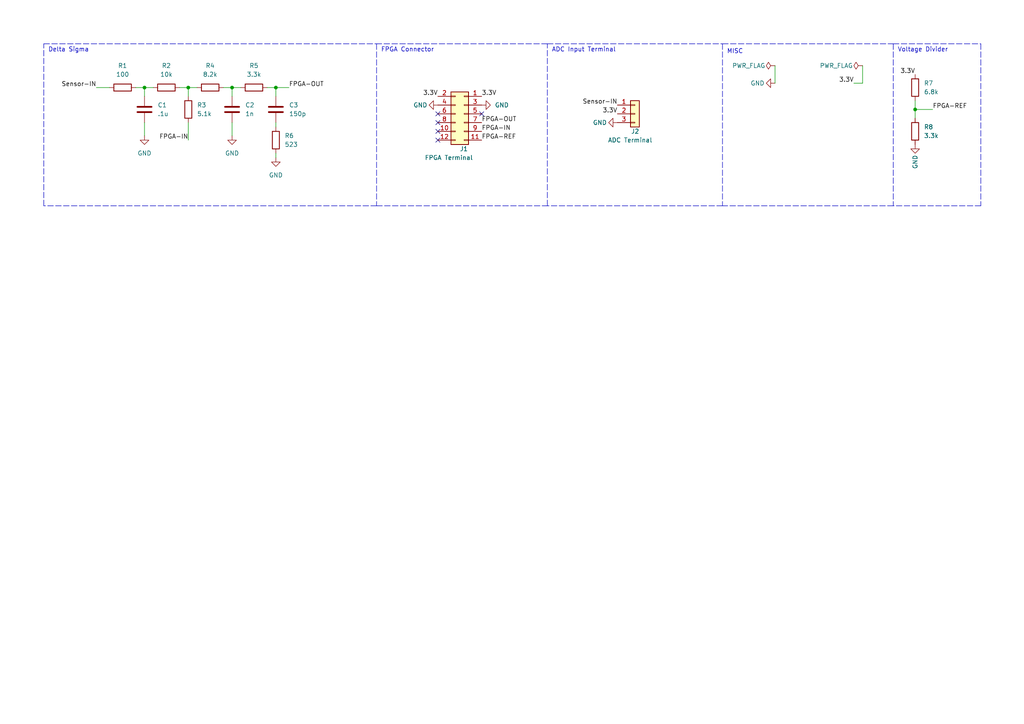
<source format=kicad_sch>
(kicad_sch (version 20211123) (generator eeschema)
  (paper "A4")
  (lib_symbols
    (symbol "Connector_Generic:Conn_01x03" (pin_names (offset 1.016) hide)
      (property "Reference" "J" (at 0 5.08 0))
      (property "Value" "Conn_01x03" (at 0 -5.08 0))
      (symbol "Conn_01x03_1_1"
        (rectangle (start -1.27 -2.413) (end 0 -2.667) (stroke (width 0.1524)))
        (rectangle (start -1.27 0.127) (end 0 -0.127) (stroke (width 0.1524)))
        (rectangle (start -1.27 2.667) (end 0 2.413) (stroke (width 0.1524)))
        (rectangle (start -1.27 3.81) (end 1.27 -3.81) (stroke (width 0.254)) (fill (type background)))
        (pin passive line (at -5.08 2.54 0) (length 3.81) (name "Pin_1") (number "1"))
        (pin passive line (at -5.08 0 0) (length 3.81) (name "Pin_2") (number "2"))
        (pin passive line (at -5.08 -2.54 0) (length 3.81) (name "Pin_3") (number "3"))
      )
    )
    (symbol "Connector_Generic:Conn_02x06_Odd_Even" (pin_names (offset 1.016) hide)
      (property "Reference" "J" (at 1.27 7.62 0))
      (property "Value" "Conn_02x06_Odd_Even" (at 1.27 -10.16 0))
      (symbol "Conn_02x06_Odd_Even_1_1"
        (rectangle (start -1.27 -7.493) (end 0 -7.747) (stroke (width 0.1524)))
        (rectangle (start -1.27 -4.953) (end 0 -5.207) (stroke (width 0.1524)))
        (rectangle (start -1.27 -2.413) (end 0 -2.667) (stroke (width 0.1524)))
        (rectangle (start -1.27 0.127) (end 0 -0.127) (stroke (width 0.1524)))
        (rectangle (start -1.27 2.667) (end 0 2.413) (stroke (width 0.1524)))
        (rectangle (start -1.27 5.207) (end 0 4.953) (stroke (width 0.1524)))
        (rectangle (start -1.27 6.35) (end 3.81 -8.89) (stroke (width 0.254)) (fill (type background)))
        (rectangle (start 3.81 -7.493) (end 2.54 -7.747) (stroke (width 0.1524)))
        (rectangle (start 3.81 -4.953) (end 2.54 -5.207) (stroke (width 0.1524)))
        (rectangle (start 3.81 -2.413) (end 2.54 -2.667) (stroke (width 0.1524)))
        (rectangle (start 3.81 0.127) (end 2.54 -0.127) (stroke (width 0.1524)))
        (rectangle (start 3.81 2.667) (end 2.54 2.413) (stroke (width 0.1524)))
        (rectangle (start 3.81 5.207) (end 2.54 4.953) (stroke (width 0.1524)))
        (pin passive line (at -5.08 5.08 0) (length 3.81) (name "Pin_1") (number "1"))
        (pin passive line (at 7.62 -5.08 180) (length 3.81) (name "Pin_10") (number "10"))
        (pin passive line (at -5.08 -7.62 0) (length 3.81) (name "Pin_11") (number "11"))
        (pin passive line (at 7.62 -7.62 180) (length 3.81) (name "Pin_12") (number "12"))
        (pin passive line (at 7.62 5.08 180) (length 3.81) (name "Pin_2") (number "2"))
        (pin passive line (at -5.08 2.54 0) (length 3.81) (name "Pin_3") (number "3"))
        (pin passive line (at 7.62 2.54 180) (length 3.81) (name "Pin_4") (number "4"))
        (pin passive line (at -5.08 0 0) (length 3.81) (name "Pin_5") (number "5"))
        (pin passive line (at 7.62 0 180) (length 3.81) (name "Pin_6") (number "6"))
        (pin passive line (at -5.08 -2.54 0) (length 3.81) (name "Pin_7") (number "7"))
        (pin passive line (at 7.62 -2.54 180) (length 3.81) (name "Pin_8") (number "8"))
        (pin passive line (at -5.08 -5.08 0) (length 3.81) (name "Pin_9") (number "9"))
      )
    )
    (symbol "Device:C" (pin_numbers hide) (pin_names (offset 0.254))
      (property "Reference" "C" (at 0.635 2.54 0))
      (property "Value" "C" (at 0.635 -2.54 0))
      (symbol "C_0_1"
        (polyline (pts (xy -2.032 -0.762) (xy 2.032 -0.762)) (stroke (width 0.508)))
        (polyline (pts (xy -2.032 0.762) (xy 2.032 0.762)) (stroke (width 0.508)))
      )
      (symbol "C_1_1"
        (pin passive line (at 0 3.81 270) (length 2.794) (name "~") (number "1"))
        (pin passive line (at 0 -3.81 90) (length 2.794) (name "~") (number "2"))
      )
    )
    (symbol "Device:R" (pin_numbers hide) (pin_names (offset 0))
      (property "Reference" "R" (at 2.032 0 90))
      (property "Value" "R" (at 0 0 90))
      (symbol "R_0_1"
        (rectangle (start -1.016 -2.54) (end 1.016 2.54) (stroke (width 0.254)))
      )
      (symbol "R_1_1"
        (pin passive line (at 0 3.81 270) (length 1.27) (name "~") (number "1"))
        (pin passive line (at 0 -3.81 90) (length 1.27) (name "~") (number "2"))
      )
    )
    (symbol "power:GND" (power) (pin_names (offset 0))
      (property "Value" "GND" (at 0 -3.81 0))
      (symbol "GND_0_1"
        (polyline (pts (xy 0 0) (xy 0 -1.27) (xy 1.27 -1.27) (xy 0 -2.54) (xy -1.27 -1.27) (xy 0 -1.27)))
      )
      (symbol "GND_1_1"
        (pin power_in line (at 0 0 270) (length 0) hide (name "GND") (number "1"))
      )
    )
    (symbol "power:PWR_FLAG" (power) (pin_numbers hide) (pin_names (offset 0) hide)
      (property "Value" "PWR_FLAG" (at 0 3.81 0))
      (symbol "PWR_FLAG_0_0"
        (pin power_out line (at 0 0 90) (length 0) (name "pwr") (number "1"))
      )
      (symbol "PWR_FLAG_0_1"
        (polyline (pts (xy 0 0) (xy 0 1.27) (xy -1.016 1.905) (xy 0 2.54) (xy 1.016 1.905) (xy 0 1.27)))
      )
    )
  )
  (junction (at 80.01 25.4))
  (junction (at 67.31 25.4))
  (junction (at 41.91 25.4))
  (junction (at 54.61 25.4))
  (junction (at 265.43 31.75))
  (no_connect (at 127 33.02))
  (no_connect (at 127 35.56))
  (no_connect (at 139.7 33.02))
  (no_connect (at 127 40.64))
  (no_connect (at 127 38.1))
  (wire (pts (xy 52.07 25.4) (xy 54.61 25.4)))
  (wire (pts (xy 265.43 29.21) (xy 265.43 31.75)))
  (polyline (pts (xy 109.22 59.69) (xy 158.75 59.69)))
  (polyline (pts (xy 109.22 59.69) (xy 12.7 59.69)))
  (wire (pts (xy 250.19 24.13) (xy 250.19 19.05)))
  (wire (pts (xy 54.61 25.4) (xy 54.61 27.94)))
  (wire (pts (xy 80.01 25.4) (xy 83.82 25.4)))
  (wire (pts (xy 41.91 25.4) (xy 44.45 25.4)))
  (polyline (pts (xy 209.55 12.7) (xy 209.55 59.69)))
  (wire (pts (xy 224.79 19.05) (xy 224.79 24.13)))
  (wire (pts (xy 67.31 25.4) (xy 67.31 27.94)))
  (wire (pts (xy 27.94 25.4) (xy 31.75 25.4)))
  (wire (pts (xy 39.37 25.4) (xy 41.91 25.4)))
  (wire (pts (xy 247.65 24.13) (xy 250.19 24.13)))
  (wire (pts (xy 64.77 25.4) (xy 67.31 25.4)))
  (polyline (pts (xy 284.48 12.7) (xy 284.48 59.69)))
  (wire (pts (xy 80.01 35.56) (xy 80.01 36.83)))
  (wire (pts (xy 54.61 25.4) (xy 57.15 25.4)))
  (wire (pts (xy 54.61 35.56) (xy 54.61 40.64)))
  (polyline (pts (xy 284.48 59.69) (xy 259.08 59.69)))
  (wire (pts (xy 41.91 35.56) (xy 41.91 39.37)))
  (wire (pts (xy 80.01 44.45) (xy 80.01 45.72)))
  (wire (pts (xy 265.43 31.75) (xy 270.51 31.75)))
  (polyline (pts (xy 12.7 59.69) (xy 12.7 12.7)))
  (polyline (pts (xy 259.08 12.7) (xy 284.48 12.7)))
  (polyline (pts (xy 209.55 59.69) (xy 158.75 59.69)))
  (wire (pts (xy 41.91 25.4) (xy 41.91 27.94)))
  (polyline (pts (xy 158.75 59.69) (xy 158.75 12.7)))
  (polyline (pts (xy 12.7 12.7) (xy 109.22 12.7)))
  (polyline (pts (xy 158.75 12.7) (xy 209.55 12.7)))
  (wire (pts (xy 77.47 25.4) (xy 80.01 25.4)))
  (wire (pts (xy 67.31 25.4) (xy 69.85 25.4)))
  (polyline (pts (xy 209.55 12.7) (xy 259.08 12.7)))
  (polyline (pts (xy 158.75 12.7) (xy 109.22 12.7)))
  (wire (pts (xy 67.31 35.56) (xy 67.31 39.37)))
  (wire (pts (xy 265.43 31.75) (xy 265.43 34.29)))
  (wire (pts (xy 80.01 25.4) (xy 80.01 27.94)))
  (polyline (pts (xy 109.22 12.7) (xy 109.22 59.69)))
  (polyline (pts (xy 259.08 12.7) (xy 259.08 59.69)))
  (polyline (pts (xy 259.08 59.69) (xy 209.55 59.69)))
  (text "Voltage Divider\n" (at 260.35 15.24 0) (effects (font (size 1.27 1.27)) (justify left bottom)))
  (text "ADC Input Terminal" (at 160.02 15.24 0) (effects (font (size 1.27 1.27)) (justify left bottom)))
  (text "FPGA Connector" (at 110.49 15.24 0) (effects (font (size 1.27 1.27)) (justify left bottom)))
  (text "Delta Sigma" (at 13.97 15.24 0) (effects (font (size 1.27 1.27)) (justify left bottom)))
  (text "MISC\n\n" (at 210.82 17.78 0) (effects (font (size 1.27 1.27)) (justify left bottom)))
  (label "FPGA-IN" (at 139.7 38.1 0))
  (label "FPGA-REF" (at 270.51 31.75 0))
  (label "3.3V" (at 265.43 21.59 180))
  (label "FPGA-REF" (at 139.7 40.64 0))
  (label "3.3V" (at 247.65 24.13 180))
  (label "FPGA-IN" (at 54.61 40.64 180))
  (label "Sensor-IN" (at 179.07 30.48 180))
  (label "FPGA-OUT" (at 139.7 35.56 0))
  (label "3.3V" (at 139.7 27.94 0))
  (label "FPGA-OUT" (at 83.82 25.4 0))
  (label "3.3V" (at 127 27.94 180))
  (label "3.3V" (at 179.07 33.02 180))
  (label "Sensor-IN" (at 27.94 25.4 180))
  (symbol (lib_id "Device:R") (at 73.66 25.4 90) (unit 1)
    (property "Reference" "R5" (at 73.66 19.05 90))
    (property "Value" "3.3k" (at 73.66 21.59 90))
    (property "Footprint" "Resistor_SMD:R_0805_2012Metric_Pad1.20x1.40mm_HandSolder" (effects hide))
    (property "Datasheet" "311-3.3KARTR-ND" (effects hide))
  )
  (symbol (lib_id "power:PWR_FLAG") (at 224.79 19.05 90) (unit 1)
    (property "Reference" "#FLG01" (effects hide))
    (property "Value" "PWR_FLAG" (at 217.17 19.05 90))
  )
  (symbol (lib_id "Device:C") (at 41.91 31.75 0) (unit 1)
    (property "Reference" "C1" (at 45.72 30.4799 0) (effects (justify left)))
    (property "Value" ".1u" (at 45.72 33.0199 0) (effects (justify left)))
    (property "Footprint" "Capacitor_SMD:C_0805_2012Metric_Pad1.18x1.45mm_HandSolder" (effects hide))
    (property "Datasheet" "1276-1003-2-ND" (effects hide))
  )
  (symbol (lib_id "power:GND") (at 265.43 41.91 0) (unit 1)
    (property "Reference" "#PWR0101" (effects hide))
    (property "Value" "GND" (at 265.43 46.99 90))
  )
  (symbol (lib_id "power:GND") (at 127 30.48 270) (unit 1)
    (property "Reference" "#PWR06" (effects hide))
    (property "Value" "GND" (at 121.92 30.48 90))
  )
  (symbol (lib_id "power:GND") (at 80.01 45.72 0) (unit 1)
    (property "Reference" "#PWR04" (effects hide))
    (property "Value" "GND" (at 80.01 50.8 0))
  )
  (symbol (lib_id "power:GND") (at 179.07 35.56 270) (unit 1)
    (property "Reference" "#PWR07" (effects hide))
    (property "Value" "GND" (at 173.99 35.56 90))
  )
  (symbol (lib_id "Device:R") (at 60.96 25.4 90) (unit 1)
    (property "Reference" "R4" (at 60.96 19.05 90))
    (property "Value" "8.2k" (at 60.96 21.59 90))
    (property "Footprint" "Resistor_SMD:R_0805_2012Metric_Pad1.20x1.40mm_HandSolder" (effects hide))
    (property "Datasheet" "311-8.2KARTR-ND" (effects hide))
  )
  (symbol (lib_id "power:PWR_FLAG") (at 250.19 19.05 90) (unit 1)
    (property "Reference" "#FLG02" (effects hide))
    (property "Value" "PWR_FLAG" (at 242.57 19.05 90))
  )
  (symbol (lib_id "power:GND") (at 139.7 30.48 90) (unit 1)
    (property "Reference" "#PWR05" (effects hide))
    (property "Value" "GND" (at 143.51 30.48 90) (effects (justify right)))
  )
  (symbol (lib_id "Device:R") (at 80.01 40.64 180) (unit 1)
    (property "Reference" "R6" (at 82.55 39.3699 0) (effects (justify right)))
    (property "Value" "523" (at 82.55 41.9099 0) (effects (justify right)))
    (property "Footprint" "Resistor_SMD:R_0805_2012Metric_Pad1.20x1.40mm_HandSolder" (effects hide))
    (property "Datasheet" "311-523CRTR-ND" (effects hide))
  )
  (symbol (lib_id "Connector_Generic:Conn_01x03") (at 184.15 33.02 0) (unit 1)
    (property "Reference" "J2" (at 185.4201 38.1 0) (effects (justify right)))
    (property "Value" "ADC Terminal" (at 189.23 40.64 0) (effects (justify right)))
    (property "Footprint" "Connector_PinHeader_2.54mm:PinHeader_1x03_P2.54mm_Vertical" (effects hide))
  )
  (symbol (lib_id "Device:R") (at 54.61 31.75 180) (unit 1)
    (property "Reference" "R3" (at 57.15 30.4799 0) (effects (justify right)))
    (property "Value" "5.1k" (at 57.15 33.0199 0) (effects (justify right)))
    (property "Footprint" "Resistor_SMD:R_0805_2012Metric_Pad1.20x1.40mm_HandSolder" (effects hide))
    (property "Datasheet" "311-5.1KARTR-ND" (effects hide))
  )
  (symbol (lib_id "power:GND") (at 41.91 39.37 0) (unit 1)
    (property "Reference" "#PWR01" (effects hide))
    (property "Value" "GND" (at 41.91 44.45 0))
  )
  (symbol (lib_id "Device:R") (at 48.26 25.4 90) (unit 1)
    (property "Reference" "R2" (at 48.26 19.05 90))
    (property "Value" "10k" (at 48.26 21.59 90))
    (property "Footprint" "Resistor_SMD:R_0805_2012Metric_Pad1.20x1.40mm_HandSolder" (effects hide))
    (property "Datasheet" "311-10KARTR-ND" (effects hide))
  )
  (symbol (lib_id "Device:C") (at 67.31 31.75 0) (unit 1)
    (property "Reference" "C2" (at 71.12 30.4799 0) (effects (justify left)))
    (property "Value" "1n" (at 71.12 33.0199 0) (effects (justify left)))
    (property "Footprint" "Capacitor_SMD:C_0805_2012Metric_Pad1.18x1.45mm_HandSolder" (effects hide))
    (property "Datasheet" "478-1371-2-ND" (effects hide))
  )
  (symbol (lib_id "power:GND") (at 224.79 24.13 270) (unit 1)
    (property "Reference" "#PWR08" (effects hide))
    (property "Value" "GND" (at 219.71 24.13 90))
  )
  (symbol (lib_id "Device:R") (at 35.56 25.4 90) (unit 1)
    (property "Reference" "R1" (at 35.56 19.05 90))
    (property "Value" "100" (at 35.56 21.59 90))
    (property "Footprint" "Resistor_SMD:R_0805_2012Metric_Pad1.20x1.40mm_HandSolder" (effects hide))
    (property "Datasheet" "311-100CRTR-ND" (effects hide))
  )
  (symbol (lib_id "Device:R") (at 265.43 38.1 0) (unit 1)
    (property "Reference" "R8" (at 267.97 36.8299 0) (effects (justify left)))
    (property "Value" "3.3k" (at 267.97 39.3699 0) (effects (justify left)))
    (property "Footprint" "Resistor_SMD:R_0805_2012Metric_Pad1.20x1.40mm_HandSolder" (effects hide))
    (property "Datasheet" "311-3.3KARTR-ND" (effects hide))
  )
  (symbol (lib_id "Device:C") (at 80.01 31.75 0) (unit 1)
    (property "Reference" "C3" (at 83.82 30.4799 0) (effects (justify left)))
    (property "Value" "150p" (at 83.82 33.0199 0) (effects (justify left)))
    (property "Footprint" "Capacitor_SMD:C_0805_2012Metric_Pad1.18x1.45mm_HandSolder" (effects hide))
    (property "Datasheet" "478-1318-2-ND" (effects hide))
  )
  (symbol (lib_id "power:GND") (at 67.31 39.37 0) (unit 1)
    (property "Reference" "#PWR03" (effects hide))
    (property "Value" "GND" (at 67.31 44.45 0))
  )
  (symbol (lib_id "Device:R") (at 265.43 25.4 0) (unit 1)
    (property "Reference" "R7" (at 267.97 24.1299 0) (effects (justify left)))
    (property "Value" "6.8k" (at 267.97 26.6699 0) (effects (justify left)))
    (property "Footprint" "Resistor_SMD:R_0805_2012Metric_Pad1.20x1.40mm_HandSolder" (effects hide))
    (property "Datasheet" "311-6.80KCRTR-ND" (effects hide))
  )
  (symbol (lib_id "Connector_Generic:Conn_02x06_Odd_Even") (at 134.62 33.02 0) (mirror y) (unit 1)
    (property "Reference" "J1" (at 133.35 43.18 0) (effects (justify right)))
    (property "Value" "FPGA Terminal" (at 123.19 45.72 0) (effects (justify right)))
    (property "Footprint" "Connector_PinHeader_2.54mm:PinHeader_2x06_P2.54mm_Horizontal" (effects hide))
  )
)
</source>
